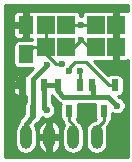
<source format=gbr>
G04 #@! TF.FileFunction,Copper,L2,Bot,Signal*
%FSLAX46Y46*%
G04 Gerber Fmt 4.6, Leading zero omitted, Abs format (unit mm)*
G04 Created by KiCad (PCBNEW 4.0.7) date 12/05/18 11:45:52*
%MOMM*%
%LPD*%
G01*
G04 APERTURE LIST*
%ADD10C,0.100000*%
%ADD11O,1.000000X2.000000*%
%ADD12R,0.600000X1.000000*%
%ADD13R,1.524000X1.524000*%
%ADD14R,1.250000X1.500000*%
%ADD15C,0.600000*%
%ADD16C,0.400000*%
%ADD17C,0.250000*%
%ADD18C,0.500000*%
G04 APERTURE END LIST*
D10*
D11*
X122555000Y-114935000D03*
X124555000Y-114935000D03*
X126555000Y-114935000D03*
X128555000Y-114935000D03*
D12*
X127188000Y-110533000D03*
X126238000Y-112733000D03*
X125288000Y-110533000D03*
X130109000Y-110533000D03*
X129159000Y-112733000D03*
X128209000Y-110533000D03*
X124140000Y-110533000D03*
X123190000Y-112733000D03*
X122240000Y-110533000D03*
D13*
X128513840Y-105410000D03*
X130213100Y-105410000D03*
X125994160Y-105410000D03*
X124294900Y-105410000D03*
X128513840Y-107315000D03*
X130213100Y-107315000D03*
X125994160Y-107315000D03*
X124294900Y-107315000D03*
D14*
X122555000Y-107930000D03*
X122555000Y-105430000D03*
D15*
X124333000Y-112649000D03*
X130302000Y-112268000D03*
X121158000Y-109220000D03*
X130302000Y-113538000D03*
X130175000Y-104140000D03*
X130302000Y-108712000D03*
X121285000Y-105410000D03*
X125603000Y-108712000D03*
X127127000Y-109347000D03*
X126238000Y-109347000D03*
X124333000Y-108839000D03*
X127254000Y-106680000D03*
X127254000Y-105410000D03*
D16*
X129159000Y-111506000D02*
X129540000Y-111506000D01*
X129540000Y-111506000D02*
X130302000Y-112268000D01*
X124140000Y-111379000D02*
X124140000Y-112456000D01*
X124140000Y-110533000D02*
X124140000Y-111379000D01*
X124140000Y-112456000D02*
X124333000Y-112649000D01*
X128270000Y-111506000D02*
X128270000Y-110594000D01*
D17*
X128270000Y-110594000D02*
X128209000Y-110533000D01*
D16*
X125288000Y-110533000D02*
X125288000Y-111064000D01*
X125730000Y-111506000D02*
X128270000Y-111506000D01*
X125288000Y-111064000D02*
X125730000Y-111506000D01*
X128270000Y-111506000D02*
X129159000Y-111506000D01*
X129540000Y-111506000D02*
X130302000Y-112268000D01*
X124140000Y-110533000D02*
X125288000Y-110533000D01*
X121201000Y-109263000D02*
X121158000Y-109220000D01*
X121201000Y-109263000D02*
X122240000Y-110533000D01*
X130213100Y-104178100D02*
X130213100Y-105410000D01*
X130175000Y-104140000D02*
X130213100Y-104178100D01*
D17*
X122555000Y-105430000D02*
X121305000Y-105430000D01*
X121305000Y-105430000D02*
X121285000Y-105410000D01*
D16*
X130213100Y-107315000D02*
X130213100Y-105410000D01*
D17*
X122448000Y-105410000D02*
X122428000Y-105430000D01*
X122702000Y-105410000D02*
X122682000Y-105430000D01*
X125222000Y-108712000D02*
X125095000Y-108712000D01*
X125095000Y-108712000D02*
X124294900Y-107911900D01*
X124294900Y-107911900D02*
X124294900Y-107315000D01*
X125603000Y-108712000D02*
X125222000Y-108712000D01*
X122555000Y-107930000D02*
X123170000Y-107315000D01*
X123170000Y-107315000D02*
X124294900Y-107315000D01*
X124294900Y-107315000D02*
X124294900Y-105410000D01*
X127188000Y-110533000D02*
X127188000Y-109408000D01*
X127188000Y-109408000D02*
X127127000Y-109347000D01*
X130109000Y-110533000D02*
X129583000Y-110533000D01*
X128397000Y-109347000D02*
X127635000Y-108585000D01*
X129583000Y-110533000D02*
X128397000Y-109347000D01*
X126238000Y-109347000D02*
X126238000Y-109093000D01*
X126746000Y-108585000D02*
X127635000Y-108585000D01*
X126238000Y-109093000D02*
X126746000Y-108585000D01*
X126555000Y-114935000D02*
X126555000Y-113855000D01*
X126238000Y-113538000D02*
X126238000Y-112733000D01*
X126555000Y-113855000D02*
X126238000Y-113538000D01*
X128555000Y-114935000D02*
X128555000Y-114142000D01*
X128555000Y-114142000D02*
X129159000Y-113538000D01*
X129159000Y-113538000D02*
X129159000Y-112733000D01*
D16*
X123190000Y-110109000D02*
X123190000Y-109982000D01*
X123190000Y-112733000D02*
X123190000Y-110109000D01*
X123190000Y-109982000D02*
X124333000Y-108839000D01*
D18*
X123190000Y-112733000D02*
X123190000Y-113157000D01*
D16*
X123190000Y-113157000D02*
X122555000Y-113792000D01*
X122555000Y-113792000D02*
X122555000Y-114935000D01*
D17*
X128513840Y-107315000D02*
X127889000Y-107315000D01*
X127889000Y-107315000D02*
X127254000Y-106680000D01*
X127254000Y-106680000D02*
X126619000Y-107315000D01*
X126619000Y-107315000D02*
X125994160Y-107315000D01*
X127254000Y-105410000D02*
X128513840Y-105410000D01*
X125994160Y-105410000D02*
X127254000Y-105410000D01*
G36*
X131193000Y-104278240D02*
X131059638Y-104223000D01*
X130494350Y-104223000D01*
X130388100Y-104329250D01*
X130388100Y-105235000D01*
X130408100Y-105235000D01*
X130408100Y-105585000D01*
X130388100Y-105585000D01*
X130388100Y-107140000D01*
X130408100Y-107140000D01*
X130408100Y-107490000D01*
X130388100Y-107490000D01*
X130388100Y-108395750D01*
X130494350Y-108502000D01*
X131059638Y-108502000D01*
X131193000Y-108446760D01*
X131193000Y-116588000D01*
X120775000Y-116588000D01*
X120775000Y-110814250D01*
X121515000Y-110814250D01*
X121515000Y-111117538D01*
X121579702Y-111273743D01*
X121699257Y-111393298D01*
X121855462Y-111458000D01*
X121983750Y-111458000D01*
X122090000Y-111351750D01*
X122090000Y-110708000D01*
X121621250Y-110708000D01*
X121515000Y-110814250D01*
X120775000Y-110814250D01*
X120775000Y-109948462D01*
X121515000Y-109948462D01*
X121515000Y-110251750D01*
X121621250Y-110358000D01*
X122090000Y-110358000D01*
X122090000Y-109714250D01*
X121983750Y-109608000D01*
X121855462Y-109608000D01*
X121699257Y-109672702D01*
X121579702Y-109792257D01*
X121515000Y-109948462D01*
X120775000Y-109948462D01*
X120775000Y-107180000D01*
X121496674Y-107180000D01*
X121496674Y-108680000D01*
X121526309Y-108837496D01*
X121619389Y-108982146D01*
X121761412Y-109079186D01*
X121930000Y-109113326D01*
X123174790Y-109113326D01*
X122748058Y-109540058D01*
X122685726Y-109633345D01*
X122624538Y-109608000D01*
X122496250Y-109608000D01*
X122390000Y-109714250D01*
X122390000Y-110358000D01*
X122435000Y-110358000D01*
X122435000Y-110708000D01*
X122390000Y-110708000D01*
X122390000Y-111351750D01*
X122496250Y-111458000D01*
X122565000Y-111458000D01*
X122565000Y-111955837D01*
X122490814Y-112064412D01*
X122456674Y-112233000D01*
X122456674Y-113006443D01*
X122113058Y-113350058D01*
X121977575Y-113552823D01*
X121943401Y-113724628D01*
X121900926Y-113753009D01*
X121700411Y-114053101D01*
X121630000Y-114407083D01*
X121630000Y-115462917D01*
X121700411Y-115816899D01*
X121900926Y-116116991D01*
X122201018Y-116317506D01*
X122555000Y-116387917D01*
X122908982Y-116317506D01*
X123209074Y-116116991D01*
X123409589Y-115816899D01*
X123480000Y-115462917D01*
X123480000Y-115110000D01*
X123630000Y-115110000D01*
X123630000Y-115610000D01*
X123767381Y-115950661D01*
X124024670Y-116212817D01*
X124240066Y-116304736D01*
X124380000Y-116234829D01*
X124380000Y-115110000D01*
X124730000Y-115110000D01*
X124730000Y-116234829D01*
X124869934Y-116304736D01*
X125085330Y-116212817D01*
X125342619Y-115950661D01*
X125480000Y-115610000D01*
X125480000Y-115110000D01*
X124730000Y-115110000D01*
X124380000Y-115110000D01*
X123630000Y-115110000D01*
X123480000Y-115110000D01*
X123480000Y-114407083D01*
X123450744Y-114260000D01*
X123630000Y-114260000D01*
X123630000Y-114760000D01*
X124380000Y-114760000D01*
X124380000Y-113635171D01*
X124730000Y-113635171D01*
X124730000Y-114760000D01*
X125480000Y-114760000D01*
X125480000Y-114260000D01*
X125342619Y-113919339D01*
X125085330Y-113657183D01*
X124869934Y-113565264D01*
X124730000Y-113635171D01*
X124380000Y-113635171D01*
X124240066Y-113565264D01*
X124024670Y-113657183D01*
X123767381Y-113919339D01*
X123630000Y-114260000D01*
X123450744Y-114260000D01*
X123409589Y-114053101D01*
X123316740Y-113914143D01*
X123454198Y-113776686D01*
X123667297Y-113634297D01*
X123679426Y-113616144D01*
X123792146Y-113543611D01*
X123889186Y-113401588D01*
X123917970Y-113259447D01*
X123921784Y-113263267D01*
X124188156Y-113373874D01*
X124476579Y-113374126D01*
X124743143Y-113263984D01*
X124947267Y-113060216D01*
X125057874Y-112793844D01*
X125058126Y-112505421D01*
X124947984Y-112238857D01*
X124765000Y-112055553D01*
X124765000Y-111395008D01*
X124777760Y-111403726D01*
X124846058Y-111505942D01*
X125288056Y-111947939D01*
X125288058Y-111947942D01*
X125371955Y-112004000D01*
X125490822Y-112083425D01*
X125533255Y-112091865D01*
X125504674Y-112233000D01*
X125504674Y-113233000D01*
X125534309Y-113390496D01*
X125627389Y-113535146D01*
X125696876Y-113582625D01*
X125729866Y-113748476D01*
X125816910Y-113878747D01*
X125700411Y-114053101D01*
X125630000Y-114407083D01*
X125630000Y-115462917D01*
X125700411Y-115816899D01*
X125900926Y-116116991D01*
X126201018Y-116317506D01*
X126555000Y-116387917D01*
X126908982Y-116317506D01*
X127209074Y-116116991D01*
X127409589Y-115816899D01*
X127480000Y-115462917D01*
X127480000Y-114407083D01*
X127409589Y-114053101D01*
X127209074Y-113753009D01*
X127065651Y-113657177D01*
X127063134Y-113644524D01*
X126943909Y-113466091D01*
X126913732Y-113435914D01*
X126937186Y-113401588D01*
X126971326Y-113233000D01*
X126971326Y-112233000D01*
X126952133Y-112131000D01*
X128446330Y-112131000D01*
X128425674Y-112233000D01*
X128425674Y-113233000D01*
X128455309Y-113390496D01*
X128484039Y-113435143D01*
X128407824Y-113511358D01*
X128201018Y-113552494D01*
X127900926Y-113753009D01*
X127700411Y-114053101D01*
X127630000Y-114407083D01*
X127630000Y-115462917D01*
X127700411Y-115816899D01*
X127900926Y-116116991D01*
X128201018Y-116317506D01*
X128555000Y-116387917D01*
X128908982Y-116317506D01*
X129209074Y-116116991D01*
X129409589Y-115816899D01*
X129480000Y-115462917D01*
X129480000Y-114407083D01*
X129411601Y-114063217D01*
X129547909Y-113926909D01*
X129667134Y-113748476D01*
X129700066Y-113582915D01*
X129761146Y-113543611D01*
X129858186Y-113401588D01*
X129892326Y-113233000D01*
X129892326Y-112882907D01*
X130157156Y-112992874D01*
X130445579Y-112993126D01*
X130712143Y-112882984D01*
X130916267Y-112679216D01*
X131026874Y-112412844D01*
X131027126Y-112124421D01*
X130916984Y-111857857D01*
X130713216Y-111653733D01*
X130471069Y-111553185D01*
X130384210Y-111466326D01*
X130409000Y-111466326D01*
X130566496Y-111436691D01*
X130711146Y-111343611D01*
X130808186Y-111201588D01*
X130842326Y-111033000D01*
X130842326Y-110033000D01*
X130812691Y-109875504D01*
X130719611Y-109730854D01*
X130577588Y-109633814D01*
X130409000Y-109599674D01*
X129809000Y-109599674D01*
X129651504Y-109629309D01*
X129533233Y-109705415D01*
X128338144Y-108510326D01*
X129275840Y-108510326D01*
X129352045Y-108495987D01*
X129366562Y-108502000D01*
X129931850Y-108502000D01*
X130038100Y-108395750D01*
X130038100Y-107490000D01*
X130018100Y-107490000D01*
X130018100Y-107140000D01*
X130038100Y-107140000D01*
X130038100Y-105585000D01*
X130018100Y-105585000D01*
X130018100Y-105235000D01*
X130038100Y-105235000D01*
X130038100Y-104329250D01*
X129931850Y-104223000D01*
X129366562Y-104223000D01*
X129350273Y-104229747D01*
X129275840Y-104214674D01*
X127751840Y-104214674D01*
X127594344Y-104244309D01*
X127449694Y-104337389D01*
X127352654Y-104479412D01*
X127318514Y-104648000D01*
X127318514Y-104685056D01*
X127189486Y-104684943D01*
X127189486Y-104648000D01*
X127159851Y-104490504D01*
X127066771Y-104345854D01*
X126924748Y-104248814D01*
X126756160Y-104214674D01*
X125232160Y-104214674D01*
X125141313Y-104231768D01*
X125056900Y-104214674D01*
X123532900Y-104214674D01*
X123375404Y-104244309D01*
X123321879Y-104278751D01*
X123264538Y-104255000D01*
X122836250Y-104255000D01*
X122730000Y-104361250D01*
X122730000Y-105255000D01*
X122750000Y-105255000D01*
X122750000Y-105605000D01*
X122730000Y-105605000D01*
X122730000Y-106498750D01*
X122836250Y-106605000D01*
X123099574Y-106605000D01*
X123099574Y-106746674D01*
X121930000Y-106746674D01*
X121772504Y-106776309D01*
X121627854Y-106869389D01*
X121530814Y-107011412D01*
X121496674Y-107180000D01*
X120775000Y-107180000D01*
X120775000Y-105711250D01*
X121505000Y-105711250D01*
X121505000Y-106264538D01*
X121569702Y-106420743D01*
X121689257Y-106540298D01*
X121845462Y-106605000D01*
X122273750Y-106605000D01*
X122380000Y-106498750D01*
X122380000Y-105605000D01*
X121611250Y-105605000D01*
X121505000Y-105711250D01*
X120775000Y-105711250D01*
X120775000Y-104595462D01*
X121505000Y-104595462D01*
X121505000Y-105148750D01*
X121611250Y-105255000D01*
X122380000Y-105255000D01*
X122380000Y-104361250D01*
X122273750Y-104255000D01*
X121845462Y-104255000D01*
X121689257Y-104319702D01*
X121569702Y-104439257D01*
X121505000Y-104595462D01*
X120775000Y-104595462D01*
X120775000Y-103757000D01*
X131193000Y-103757000D01*
X131193000Y-104278240D01*
X131193000Y-104278240D01*
G37*
X131193000Y-104278240D02*
X131059638Y-104223000D01*
X130494350Y-104223000D01*
X130388100Y-104329250D01*
X130388100Y-105235000D01*
X130408100Y-105235000D01*
X130408100Y-105585000D01*
X130388100Y-105585000D01*
X130388100Y-107140000D01*
X130408100Y-107140000D01*
X130408100Y-107490000D01*
X130388100Y-107490000D01*
X130388100Y-108395750D01*
X130494350Y-108502000D01*
X131059638Y-108502000D01*
X131193000Y-108446760D01*
X131193000Y-116588000D01*
X120775000Y-116588000D01*
X120775000Y-110814250D01*
X121515000Y-110814250D01*
X121515000Y-111117538D01*
X121579702Y-111273743D01*
X121699257Y-111393298D01*
X121855462Y-111458000D01*
X121983750Y-111458000D01*
X122090000Y-111351750D01*
X122090000Y-110708000D01*
X121621250Y-110708000D01*
X121515000Y-110814250D01*
X120775000Y-110814250D01*
X120775000Y-109948462D01*
X121515000Y-109948462D01*
X121515000Y-110251750D01*
X121621250Y-110358000D01*
X122090000Y-110358000D01*
X122090000Y-109714250D01*
X121983750Y-109608000D01*
X121855462Y-109608000D01*
X121699257Y-109672702D01*
X121579702Y-109792257D01*
X121515000Y-109948462D01*
X120775000Y-109948462D01*
X120775000Y-107180000D01*
X121496674Y-107180000D01*
X121496674Y-108680000D01*
X121526309Y-108837496D01*
X121619389Y-108982146D01*
X121761412Y-109079186D01*
X121930000Y-109113326D01*
X123174790Y-109113326D01*
X122748058Y-109540058D01*
X122685726Y-109633345D01*
X122624538Y-109608000D01*
X122496250Y-109608000D01*
X122390000Y-109714250D01*
X122390000Y-110358000D01*
X122435000Y-110358000D01*
X122435000Y-110708000D01*
X122390000Y-110708000D01*
X122390000Y-111351750D01*
X122496250Y-111458000D01*
X122565000Y-111458000D01*
X122565000Y-111955837D01*
X122490814Y-112064412D01*
X122456674Y-112233000D01*
X122456674Y-113006443D01*
X122113058Y-113350058D01*
X121977575Y-113552823D01*
X121943401Y-113724628D01*
X121900926Y-113753009D01*
X121700411Y-114053101D01*
X121630000Y-114407083D01*
X121630000Y-115462917D01*
X121700411Y-115816899D01*
X121900926Y-116116991D01*
X122201018Y-116317506D01*
X122555000Y-116387917D01*
X122908982Y-116317506D01*
X123209074Y-116116991D01*
X123409589Y-115816899D01*
X123480000Y-115462917D01*
X123480000Y-115110000D01*
X123630000Y-115110000D01*
X123630000Y-115610000D01*
X123767381Y-115950661D01*
X124024670Y-116212817D01*
X124240066Y-116304736D01*
X124380000Y-116234829D01*
X124380000Y-115110000D01*
X124730000Y-115110000D01*
X124730000Y-116234829D01*
X124869934Y-116304736D01*
X125085330Y-116212817D01*
X125342619Y-115950661D01*
X125480000Y-115610000D01*
X125480000Y-115110000D01*
X124730000Y-115110000D01*
X124380000Y-115110000D01*
X123630000Y-115110000D01*
X123480000Y-115110000D01*
X123480000Y-114407083D01*
X123450744Y-114260000D01*
X123630000Y-114260000D01*
X123630000Y-114760000D01*
X124380000Y-114760000D01*
X124380000Y-113635171D01*
X124730000Y-113635171D01*
X124730000Y-114760000D01*
X125480000Y-114760000D01*
X125480000Y-114260000D01*
X125342619Y-113919339D01*
X125085330Y-113657183D01*
X124869934Y-113565264D01*
X124730000Y-113635171D01*
X124380000Y-113635171D01*
X124240066Y-113565264D01*
X124024670Y-113657183D01*
X123767381Y-113919339D01*
X123630000Y-114260000D01*
X123450744Y-114260000D01*
X123409589Y-114053101D01*
X123316740Y-113914143D01*
X123454198Y-113776686D01*
X123667297Y-113634297D01*
X123679426Y-113616144D01*
X123792146Y-113543611D01*
X123889186Y-113401588D01*
X123917970Y-113259447D01*
X123921784Y-113263267D01*
X124188156Y-113373874D01*
X124476579Y-113374126D01*
X124743143Y-113263984D01*
X124947267Y-113060216D01*
X125057874Y-112793844D01*
X125058126Y-112505421D01*
X124947984Y-112238857D01*
X124765000Y-112055553D01*
X124765000Y-111395008D01*
X124777760Y-111403726D01*
X124846058Y-111505942D01*
X125288056Y-111947939D01*
X125288058Y-111947942D01*
X125371955Y-112004000D01*
X125490822Y-112083425D01*
X125533255Y-112091865D01*
X125504674Y-112233000D01*
X125504674Y-113233000D01*
X125534309Y-113390496D01*
X125627389Y-113535146D01*
X125696876Y-113582625D01*
X125729866Y-113748476D01*
X125816910Y-113878747D01*
X125700411Y-114053101D01*
X125630000Y-114407083D01*
X125630000Y-115462917D01*
X125700411Y-115816899D01*
X125900926Y-116116991D01*
X126201018Y-116317506D01*
X126555000Y-116387917D01*
X126908982Y-116317506D01*
X127209074Y-116116991D01*
X127409589Y-115816899D01*
X127480000Y-115462917D01*
X127480000Y-114407083D01*
X127409589Y-114053101D01*
X127209074Y-113753009D01*
X127065651Y-113657177D01*
X127063134Y-113644524D01*
X126943909Y-113466091D01*
X126913732Y-113435914D01*
X126937186Y-113401588D01*
X126971326Y-113233000D01*
X126971326Y-112233000D01*
X126952133Y-112131000D01*
X128446330Y-112131000D01*
X128425674Y-112233000D01*
X128425674Y-113233000D01*
X128455309Y-113390496D01*
X128484039Y-113435143D01*
X128407824Y-113511358D01*
X128201018Y-113552494D01*
X127900926Y-113753009D01*
X127700411Y-114053101D01*
X127630000Y-114407083D01*
X127630000Y-115462917D01*
X127700411Y-115816899D01*
X127900926Y-116116991D01*
X128201018Y-116317506D01*
X128555000Y-116387917D01*
X128908982Y-116317506D01*
X129209074Y-116116991D01*
X129409589Y-115816899D01*
X129480000Y-115462917D01*
X129480000Y-114407083D01*
X129411601Y-114063217D01*
X129547909Y-113926909D01*
X129667134Y-113748476D01*
X129700066Y-113582915D01*
X129761146Y-113543611D01*
X129858186Y-113401588D01*
X129892326Y-113233000D01*
X129892326Y-112882907D01*
X130157156Y-112992874D01*
X130445579Y-112993126D01*
X130712143Y-112882984D01*
X130916267Y-112679216D01*
X131026874Y-112412844D01*
X131027126Y-112124421D01*
X130916984Y-111857857D01*
X130713216Y-111653733D01*
X130471069Y-111553185D01*
X130384210Y-111466326D01*
X130409000Y-111466326D01*
X130566496Y-111436691D01*
X130711146Y-111343611D01*
X130808186Y-111201588D01*
X130842326Y-111033000D01*
X130842326Y-110033000D01*
X130812691Y-109875504D01*
X130719611Y-109730854D01*
X130577588Y-109633814D01*
X130409000Y-109599674D01*
X129809000Y-109599674D01*
X129651504Y-109629309D01*
X129533233Y-109705415D01*
X128338144Y-108510326D01*
X129275840Y-108510326D01*
X129352045Y-108495987D01*
X129366562Y-108502000D01*
X129931850Y-108502000D01*
X130038100Y-108395750D01*
X130038100Y-107490000D01*
X130018100Y-107490000D01*
X130018100Y-107140000D01*
X130038100Y-107140000D01*
X130038100Y-105585000D01*
X130018100Y-105585000D01*
X130018100Y-105235000D01*
X130038100Y-105235000D01*
X130038100Y-104329250D01*
X129931850Y-104223000D01*
X129366562Y-104223000D01*
X129350273Y-104229747D01*
X129275840Y-104214674D01*
X127751840Y-104214674D01*
X127594344Y-104244309D01*
X127449694Y-104337389D01*
X127352654Y-104479412D01*
X127318514Y-104648000D01*
X127318514Y-104685056D01*
X127189486Y-104684943D01*
X127189486Y-104648000D01*
X127159851Y-104490504D01*
X127066771Y-104345854D01*
X126924748Y-104248814D01*
X126756160Y-104214674D01*
X125232160Y-104214674D01*
X125141313Y-104231768D01*
X125056900Y-104214674D01*
X123532900Y-104214674D01*
X123375404Y-104244309D01*
X123321879Y-104278751D01*
X123264538Y-104255000D01*
X122836250Y-104255000D01*
X122730000Y-104361250D01*
X122730000Y-105255000D01*
X122750000Y-105255000D01*
X122750000Y-105605000D01*
X122730000Y-105605000D01*
X122730000Y-106498750D01*
X122836250Y-106605000D01*
X123099574Y-106605000D01*
X123099574Y-106746674D01*
X121930000Y-106746674D01*
X121772504Y-106776309D01*
X121627854Y-106869389D01*
X121530814Y-107011412D01*
X121496674Y-107180000D01*
X120775000Y-107180000D01*
X120775000Y-105711250D01*
X121505000Y-105711250D01*
X121505000Y-106264538D01*
X121569702Y-106420743D01*
X121689257Y-106540298D01*
X121845462Y-106605000D01*
X122273750Y-106605000D01*
X122380000Y-106498750D01*
X122380000Y-105605000D01*
X121611250Y-105605000D01*
X121505000Y-105711250D01*
X120775000Y-105711250D01*
X120775000Y-104595462D01*
X121505000Y-104595462D01*
X121505000Y-105148750D01*
X121611250Y-105255000D01*
X122380000Y-105255000D01*
X122380000Y-104361250D01*
X122273750Y-104255000D01*
X121845462Y-104255000D01*
X121689257Y-104319702D01*
X121569702Y-104439257D01*
X121505000Y-104595462D01*
X120775000Y-104595462D01*
X120775000Y-103757000D01*
X131193000Y-103757000D01*
X131193000Y-104278240D01*
M02*

</source>
